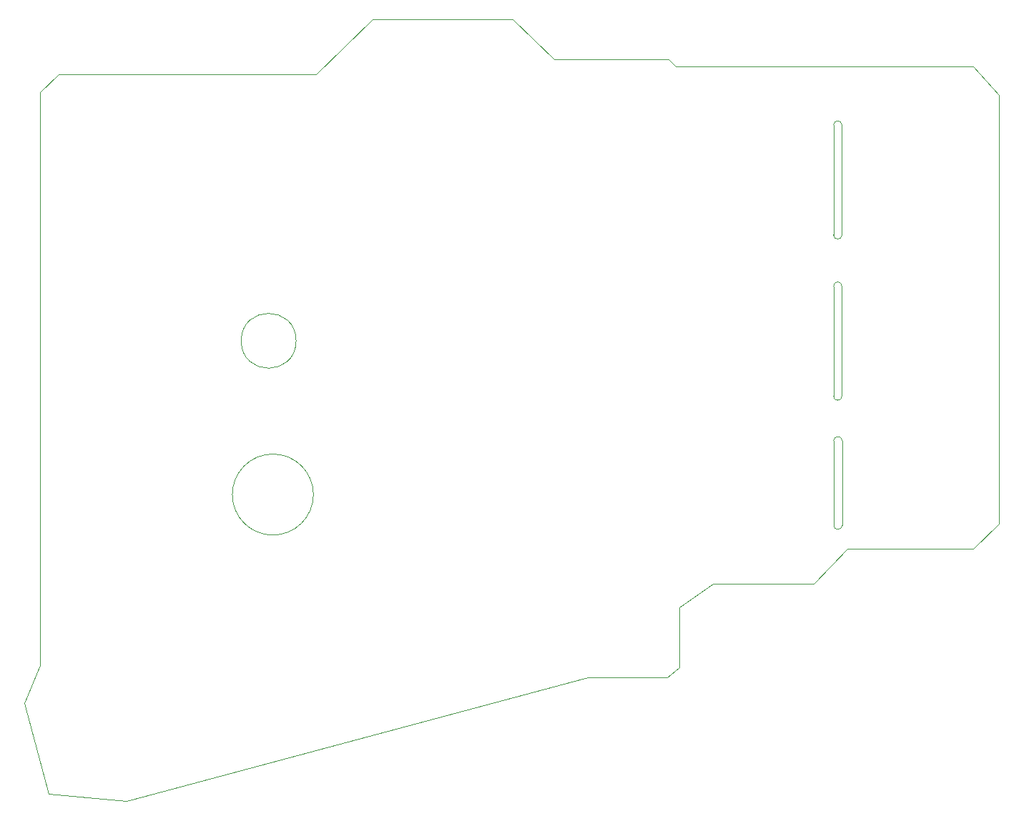
<source format=gbr>
G04 #@! TF.GenerationSoftware,KiCad,Pcbnew,(5.1.4)-1*
G04 #@! TF.CreationDate,2023-06-17T18:30:51-04:00*
G04 #@! TF.ProjectId,ThumbsUp,5468756d-6273-4557-902e-6b696361645f,rev?*
G04 #@! TF.SameCoordinates,Original*
G04 #@! TF.FileFunction,Profile,NP*
%FSLAX46Y46*%
G04 Gerber Fmt 4.6, Leading zero omitted, Abs format (unit mm)*
G04 Created by KiCad (PCBNEW (5.1.4)-1) date 2023-06-17 18:30:51*
%MOMM*%
%LPD*%
G04 APERTURE LIST*
%ADD10C,0.050000*%
G04 APERTURE END LIST*
D10*
X184212025Y-516160322D02*
X153712026Y-516160322D01*
X152582510Y-601446632D02*
X149704378Y-590684833D01*
X152582510Y-601446632D02*
X161803913Y-602309185D01*
X151502490Y-586234349D02*
X149704378Y-590684833D01*
X247312025Y-572410323D02*
X247112025Y-572410322D01*
X265112025Y-569410323D02*
X262012024Y-572410322D01*
X151521905Y-518306391D02*
X153712026Y-516160322D01*
X246500000Y-559600000D02*
X246500000Y-569600000D01*
X227212025Y-579310322D02*
X231212025Y-576560322D01*
X228612025Y-515260322D02*
X226812025Y-515260322D01*
X227212025Y-586410323D02*
X227212025Y-579310322D01*
X245480000Y-522180000D02*
G75*
G02X246480000Y-522180000I500000J0D01*
G01*
X262012025Y-515260323D02*
X228612025Y-515260322D01*
X216612025Y-587610322D02*
X216412025Y-587610323D01*
X245480000Y-522180000D02*
X245480000Y-535200000D01*
X245480000Y-541280000D02*
X245480000Y-554300000D01*
X216412025Y-587610323D02*
X161803913Y-602309185D01*
X183900000Y-565970000D02*
G75*
G03X183900000Y-565970000I-4800000J0D01*
G01*
X243162025Y-576560322D02*
X231212025Y-576560322D01*
X225962025Y-514410322D02*
X226812025Y-515260322D01*
X249112025Y-572410323D02*
X262012024Y-572410322D01*
X246480000Y-535200000D02*
G75*
G02X245480000Y-535200000I-500000J0D01*
G01*
X246480000Y-541280000D02*
X246480000Y-554300000D01*
X245500000Y-559600000D02*
X245500000Y-569600000D01*
X265112025Y-518660322D02*
X265112025Y-569410323D01*
X245500000Y-559600000D02*
G75*
G02X246500000Y-559600000I500000J0D01*
G01*
X181850000Y-547750000D02*
G75*
G03X181850000Y-547750000I-3250000J0D01*
G01*
X190912025Y-509660322D02*
X184212025Y-516160322D01*
X262012025Y-515260323D02*
X265112025Y-518660322D01*
X246480000Y-522180000D02*
X246480000Y-535200000D01*
X247312025Y-572410323D02*
X249112025Y-572410323D01*
X246500000Y-569600000D02*
G75*
G02X245500000Y-569600000I-500000J0D01*
G01*
X246480000Y-554300000D02*
G75*
G02X245480000Y-554300000I-500000J0D01*
G01*
X151502490Y-586234349D02*
X151521905Y-518306391D01*
X190912025Y-509660322D02*
X207462025Y-509660322D01*
X216612025Y-587610322D02*
X225812025Y-587610323D01*
X243162025Y-576560322D02*
X247112025Y-572410322D01*
X227212025Y-586410323D02*
X225812025Y-587610323D01*
X212412025Y-514410323D02*
X225962025Y-514410322D01*
X212412025Y-514410323D02*
X207462025Y-509660322D01*
X245480000Y-541280000D02*
G75*
G02X246480000Y-541280000I500000J0D01*
G01*
M02*

</source>
